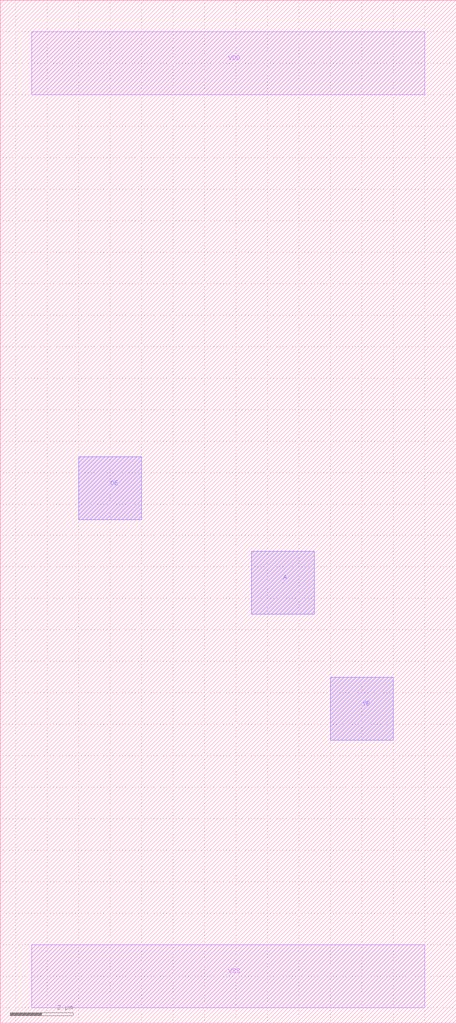
<source format=lef>
# C:/Users/akita/Documents/000.lef
# Created by Glade release version 4.7.35 compiled on May 19 2020 19:14:35
# Run by akita on host LAPTOP-E0CJ65QR at Wed Jun  3 17:33:17 2020

VERSION 5.6 ;
NAMESCASESENSITIVE ON ;
BUSBITCHARS "[]" ;
DIVIDERCHAR "/"  ;
UNITS
    DATABASE MICRONS 1000 ;
END UNITS

MACRO cinv
    CLASS core ;
    FOREIGN cinv -1.500 -1.500 ;
    ORIGIN 1.500 1.500 ;
    SIZE 14.500 BY 32.500 ;
    PIN OE
        DIRECTION INPUT ;
        USE SIGNAL ;
        PORT
        LAYER ML2 ;
        RECT 1.000 14.500 3.000 16.500 ;
        LAYER ML1 ;
        RECT 1.000 14.500 3.000 16.500 ;
        END
    END OE
    PIN YB
        DIRECTION OUTPUT ;
        USE SIGNAL ;
        PORT
        LAYER ML2 ;
        RECT 9.000 7.500 11.000 9.500 ;
        LAYER ML1 ;
        RECT 9.000 7.500 11.000 9.500 ;
        END
    END YB
    PIN VDD
        DIRECTION INOUT ;
        USE POWER ;
        PORT
        LAYER ML1 ;
        RECT -0.500 28.000 12.000 30.000 ;
        END
    END VDD
    PIN A
        DIRECTION INPUT ;
        USE SIGNAL ;
        PORT
        LAYER ML2 ;
        RECT 6.500 11.500 8.500 13.500 ;
        LAYER ML1 ;
        RECT 6.500 11.500 8.500 13.500 ;
        END
    END A
    PIN VSS
        DIRECTION INOUT ;
        USE GROUND ;
        PORT
        LAYER ML1 ;
        RECT -0.500 -1.000 12.000 1.000 ;
        END
    END VSS
    OBS
    END
END cinv

END LIBRARY

</source>
